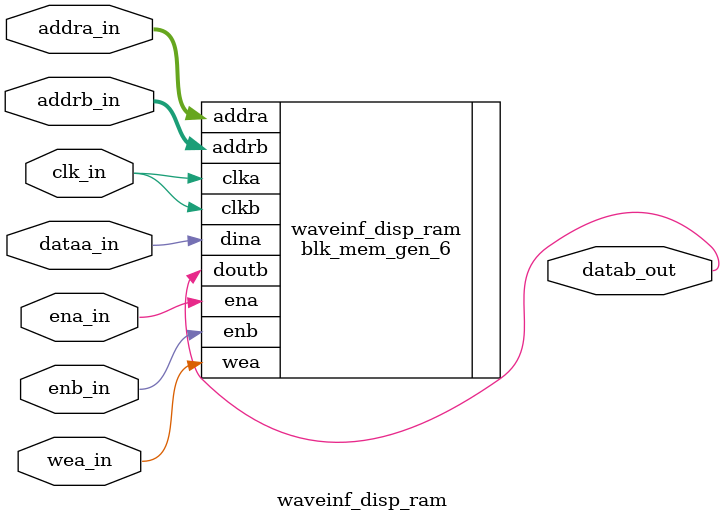
<source format=v>
`timescale 1ns / 1ps


module waveinf_disp_ram(//ÏÔ´æ
    input clk_in,
    input ena_in,
    input wea_in,
    input [14:0] addra_in,//15Î»µØÖ·
    input dataa_in,
    input enb_in,
    input [14:0] addrb_in,
    output wire datab_out
    );
      blk_mem_gen_6 waveinf_disp_ram(
          .clka(clk_in),
          .ena(ena_in),
          .wea(wea_in),
          .addra(addra_in),
          .dina(dataa_in),
          .clkb(clk_in),
          .enb(enb_in),
          .addrb(addrb_in),
          .doutb(datab_out)
        );
endmodule

</source>
